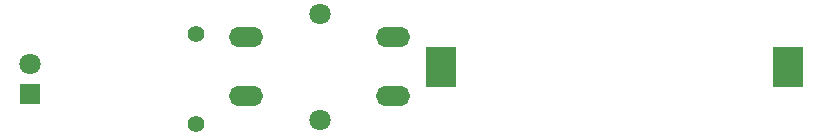
<source format=gts>
%TF.GenerationSoftware,KiCad,Pcbnew,9.0.5*%
%TF.CreationDate,2025-11-23T04:20:17+05:30*%
%TF.ProjectId,led light,6c656420-6c69-4676-9874-2e6b69636164,1*%
%TF.SameCoordinates,Original*%
%TF.FileFunction,Soldermask,Top*%
%TF.FilePolarity,Negative*%
%FSLAX46Y46*%
G04 Gerber Fmt 4.6, Leading zero omitted, Abs format (unit mm)*
G04 Created by KiCad (PCBNEW 9.0.5) date 2025-11-23 04:20:17*
%MOMM*%
%LPD*%
G01*
G04 APERTURE LIST*
%ADD10C,1.400000*%
%ADD11C,1.800000*%
%ADD12O,2.900000X1.700000*%
%ADD13R,1.800000X1.800000*%
%ADD14R,2.540000X3.510000*%
G04 APERTURE END LIST*
D10*
%TO.C,R1*%
X134000000Y-99190000D03*
X134000000Y-106810000D03*
%TD*%
D11*
%TO.C,SW2*%
X144500000Y-106500000D03*
X144500000Y-97500000D03*
D12*
X150750000Y-104500000D03*
X138250000Y-104500000D03*
X150750000Y-99500000D03*
X138250000Y-99500000D03*
%TD*%
D11*
%TO.C,D1*%
X120000000Y-101735000D03*
D13*
X120000000Y-104275000D03*
%TD*%
D14*
%TO.C,BT1*%
X154820000Y-102000000D03*
X184180000Y-102000000D03*
%TD*%
M02*

</source>
